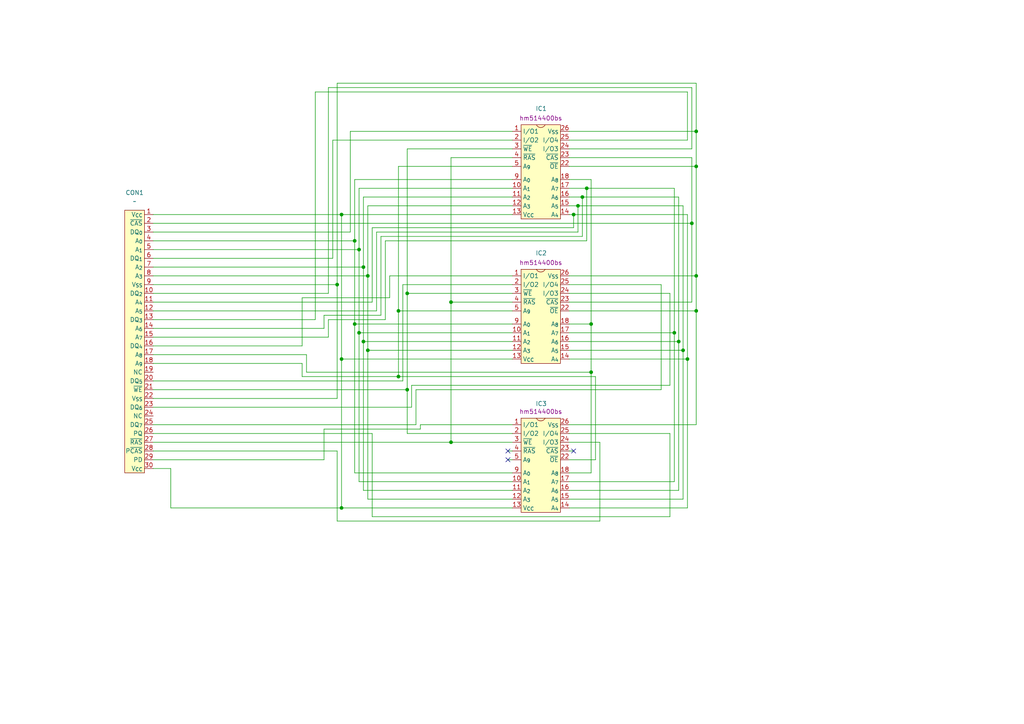
<source format=kicad_sch>
(kicad_sch (version 20250114) (generator "eeschema") (generator_version "9.0")
  (paper "A4")
  (title_block (title "hb56g19 RAM SIMM") (company "Mattia's Software"))
  (lib_symbols
    (symbol "ICs_lib:hm514400bs"
      (property "Reference" "IC" (at 1.27 15.748 0))
      (property "Description" "hm514400bs" (at 6.604 11.938 0))
      (symbol "hm514400bs_1_1"
        (arc (start -27.305 14.605) (mid -26.5201 13.335) (end -27.305 12.065))
        (rectangle (start -27.305 19.05) (end 0 7.62) (fill (type background)))
        (pin input line (at -25.4 21.59 270) (length 2.54) (name "V_{SS}") (number "26"))
        (pin input line (at -25.4 5.08 90) (length 2.54) (name "I/O1") (number "1"))
        (pin input line (at -22.86 21.59 270) (length 2.54) (name "I/O4") (number "25"))
        (pin input line (at -22.86 5.08 90) (length 2.54) (name "I/O2") (number "2"))
        (pin input line (at -20.32 21.59 270) (length 2.54) (name "I/O3") (number "24"))
        (pin input line (at -20.32 5.08 90) (length 2.54) (name "~{WE}") (number "3"))
        (pin input line (at -17.78 21.59 270) (length 2.54) (name "~{CAS}") (number "23"))
        (pin input line (at -17.78 5.08 90) (length 2.54) (name "~{RAS}") (number "4"))
        (pin input line (at -15.24 21.59 270) (length 2.54) (name "~{OE}") (number "22"))
        (pin input line (at -15.24 5.08 90) (length 2.54) (name "A_{9}") (number "5"))
        (pin input line (at -11.43 21.59 270) (length 2.54) (name "A_{8}") (number "18"))
        (pin input line (at -11.43 5.08 90) (length 2.54) (name "A_{0}") (number "9"))
        (pin input line (at -8.89 21.59 270) (length 2.54) (name "A_{7}") (number "17"))
        (pin input line (at -8.89 5.08 90) (length 2.54) (name "A_{1}") (number "10"))
        (pin input line (at -6.35 21.59 270) (length 2.54) (name "A_{6}") (number "16"))
        (pin input line (at -6.35 5.08 90) (length 2.54) (name "A_{2}") (number "11"))
        (pin input line (at -3.81 21.59 270) (length 2.54) (name "A_{5}") (number "15"))
        (pin input line (at -3.81 5.08 90) (length 2.54) (name "A_{3}") (number "12"))
        (pin input line (at -1.27 21.59 270) (length 2.54) (name "A_{4}") (number "14"))
        (pin input line (at -1.27 5.08 90) (length 2.54) (name "V_{CC}") (number "13"))
      )
    )
    (symbol "hb56g19b:30_pin_conn"
      (property "Reference" "CON" (at -15.748 78.486 0))
      (symbol "30_pin_conn_1_1"
        (rectangle (start -18.415 76.2) (end -12.7 0) (fill (type background)))
        (pin input line (at -10.16 74.93 180) (length 2.54) (name "V_{CC}") (number "1"))
        (pin input line (at -10.16 72.39 180) (length 2.54) (name "~{CAS}") (number "2"))
        (pin input line (at -10.16 69.85 180) (length 2.54) (name "DQ_{0}") (number "3"))
        (pin input line (at -10.16 67.31 180) (length 2.54) (name "A_{0}") (number "4"))
        (pin input line (at -10.16 64.77 180) (length 2.54) (name "A_{1}") (number "5"))
        (pin input line (at -10.16 62.23 180) (length 2.54) (name "DQ_{1}") (number "6"))
        (pin input line (at -10.16 59.69 180) (length 2.54) (name "A_{2}") (number "7"))
        (pin input line (at -10.16 57.15 180) (length 2.54) (name "A_{3}") (number "8"))
        (pin input line (at -10.16 54.61 180) (length 2.54) (name "V_{SS}") (number "9"))
        (pin input line (at -10.16 52.07 180) (length 2.54) (name "DQ_{2}") (number "10"))
        (pin input line (at -10.16 49.53 180) (length 2.54) (name "A_{4}") (number "11"))
        (pin input line (at -10.16 46.99 180) (length 2.54) (name "A_{5}") (number "12"))
        (pin input line (at -10.16 44.45 180) (length 2.54) (name "DQ_{3}") (number "13"))
        (pin input line (at -10.16 41.91 180) (length 2.54) (name "A_{6}") (number "14"))
        (pin input line (at -10.16 39.37 180) (length 2.54) (name "A_{7}") (number "15"))
        (pin input line (at -10.16 36.83 180) (length 2.54) (name "DQ_{4}") (number "16"))
        (pin input line (at -10.16 34.29 180) (length 2.54) (name "A_{8}") (number "17"))
        (pin input line (at -10.16 31.75 180) (length 2.54) (name "A_{9}") (number "18"))
        (pin input line (at -10.16 29.21 180) (length 2.54) (name "NC") (number "19"))
        (pin input line (at -10.16 26.67 180) (length 2.54) (name "DQ_{5}") (number "20"))
        (pin input line (at -10.16 24.13 180) (length 2.54) (name "~{WE}") (number "21"))
        (pin input line (at -10.16 21.59 180) (length 2.54) (name "V_{SS}") (number "22"))
        (pin input line (at -10.16 19.05 180) (length 2.54) (name "DQ_{6}") (number "23"))
        (pin input line (at -10.16 16.51 180) (length 2.54) (name "NC") (number "24"))
        (pin input line (at -10.16 13.97 180) (length 2.54) (name "DQ_{7}") (number "25"))
        (pin input line (at -10.16 11.43 180) (length 2.54) (name "PQ") (number "26"))
        (pin input line (at -10.16 8.89 180) (length 2.54) (name "~{RAS}") (number "27"))
        (pin input line (at -10.16 6.35 180) (length 2.54) (name "P~{CAS}") (number "28"))
        (pin input line (at -10.16 3.81 180) (length 2.54) (name "PD") (number "29"))
        (pin input line (at -10.16 1.27 180) (length 2.54) (name "V_{CC}") (number "30"))
      )
    )
  )
  (junction (at 99.06 104.14))
  (junction (at 115.57 90.17))
  (junction (at 167.64 59.69))
  (junction (at 130.81 128.27))
  (junction (at 195.58 96.52))
  (junction (at 171.45 107.95))
  (junction (at 201.93 38.1))
  (junction (at 199.39 104.14))
  (junction (at 99.06 147.32))
  (junction (at 105.41 99.06))
  (junction (at 99.06 62.23))
  (junction (at 104.14 72.39))
  (junction (at 106.68 101.6))
  (junction (at 97.79 82.55))
  (junction (at 102.87 93.98))
  (junction (at 166.37 62.23))
  (junction (at 106.68 80.01))
  (junction (at 168.91 57.15))
  (junction (at 201.93 90.17))
  (junction (at 102.87 69.85))
  (junction (at 200.66 64.77))
  (junction (at 115.57 109.22))
  (junction (at 198.12 101.6))
  (junction (at 104.14 96.52))
  (junction (at 130.81 87.63))
  (junction (at 196.85 99.06))
  (junction (at 118.11 85.09))
  (junction (at 201.93 80.01))
  (junction (at 170.18 54.61))
  (junction (at 105.41 77.47))
  (junction (at 171.45 93.98))
  (junction (at 201.93 48.26))
  (junction (at 118.11 113.03))
  (no_connect (at 166.37 130.81))
  (no_connect (at 147.32 130.81))
  (no_connect (at 147.32 133.35))
  (wire (pts (xy 102.87 69.85) (xy 102.87 93.98)))
  (wire (pts (xy 44.45 64.77) (xy 200.66 64.77)))
  (wire (pts (xy 44.45 97.79) (xy 95.25 97.79)))
  (wire (pts (xy 44.45 77.47) (xy 105.41 77.47)))
  (wire (pts (xy 44.45 85.09) (xy 95.25 85.09)))
  (wire (pts (xy 115.57 90.17) (xy 148.59 90.17)))
  (wire (pts (xy 119.38 111.76) (xy 194.31 111.76)))
  (wire (pts (xy 107.95 66.04) (xy 166.37 66.04)))
  (wire (pts (xy 171.45 52.07) (xy 171.45 93.98)))
  (wire (pts (xy 97.79 130.81) (xy 97.79 151.13)))
  (wire (pts (xy 44.45 128.27) (xy 130.81 128.27)))
  (wire (pts (xy 166.37 62.23) (xy 166.37 66.04)))
  (wire (pts (xy 44.45 115.57) (xy 97.79 115.57)))
  (wire (pts (xy 119.38 118.11) (xy 119.38 111.76)))
  (wire (pts (xy 195.58 96.52) (xy 165.1 96.52)))
  (wire (pts (xy 200.66 64.77) (xy 200.66 87.63)))
  (wire (pts (xy 200.66 64.77) (xy 200.66 45.72)))
  (wire (pts (xy 44.45 62.23) (xy 99.06 62.23)))
  (wire (pts (xy 198.12 59.69) (xy 198.12 101.6)))
  (wire (pts (xy 91.44 92.71) (xy 91.44 26.67)))
  (wire (pts (xy 199.39 104.14) (xy 165.1 104.14)))
  (wire (pts (xy 107.95 149.86) (xy 194.31 149.86)))
  (wire (pts (xy 44.45 80.01) (xy 106.68 80.01)))
  (wire (pts (xy 105.41 99.06) (xy 148.59 99.06)))
  (wire (pts (xy 97.79 151.13) (xy 173.99 151.13)))
  (wire (pts (xy 167.64 59.69) (xy 167.64 67.31)))
  (wire (pts (xy 168.91 57.15) (xy 165.1 57.15)))
  (wire (pts (xy 113.03 86.36) (xy 113.03 80.01)))
  (wire (pts (xy 165.1 48.26) (xy 201.93 48.26)))
  (wire (pts (xy 198.12 101.6) (xy 198.12 144.78)))
  (wire (pts (xy 195.58 96.52) (xy 195.58 139.7)))
  (wire (pts (xy 44.45 95.25) (xy 93.98 95.25)))
  (wire (pts (xy 91.44 26.67) (xy 199.39 26.67)))
  (wire (pts (xy 171.45 107.95) (xy 171.45 93.98)))
  (wire (pts (xy 102.87 93.98) (xy 102.87 137.16)))
  (wire (pts (xy 93.98 133.35) (xy 93.98 124.46)))
  (wire (pts (xy 44.45 87.63) (xy 107.95 87.63)))
  (wire (pts (xy 115.57 109.22) (xy 172.72 109.22)))
  (wire (pts (xy 201.93 38.1) (xy 165.1 38.1)))
  (wire (pts (xy 147.32 130.81) (xy 148.59 130.81)))
  (wire (pts (xy 120.65 123.19) (xy 120.65 113.03)))
  (wire (pts (xy 198.12 144.78) (xy 165.1 144.78)))
  (wire (pts (xy 147.32 133.35) (xy 148.59 133.35)))
  (wire (pts (xy 44.45 113.03) (xy 118.11 113.03)))
  (wire (pts (xy 201.93 80.01) (xy 201.93 90.17)))
  (wire (pts (xy 44.45 69.85) (xy 102.87 69.85)))
  (wire (pts (xy 118.11 85.09) (xy 148.59 85.09)))
  (wire (pts (xy 172.72 109.22) (xy 172.72 133.35)))
  (wire (pts (xy 99.06 147.32) (xy 99.06 104.14)))
  (wire (pts (xy 87.63 109.22) (xy 115.57 109.22)))
  (wire (pts (xy 118.11 43.18) (xy 148.59 43.18)))
  (wire (pts (xy 201.93 80.01) (xy 165.1 80.01)))
  (wire (pts (xy 130.81 45.72) (xy 148.59 45.72)))
  (wire (pts (xy 96.52 74.93) (xy 96.52 40.64)))
  (wire (pts (xy 199.39 62.23) (xy 166.37 62.23)))
  (wire (pts (xy 116.84 110.49) (xy 116.84 82.55)))
  (wire (pts (xy 191.77 82.55) (xy 165.1 82.55)))
  (wire (pts (xy 116.84 82.55) (xy 148.59 82.55)))
  (wire (pts (xy 105.41 142.24) (xy 148.59 142.24)))
  (wire (pts (xy 130.81 128.27) (xy 148.59 128.27)))
  (wire (pts (xy 148.59 147.32) (xy 99.06 147.32)))
  (wire (pts (xy 110.49 91.44) (xy 110.49 68.58)))
  (wire (pts (xy 44.45 72.39) (xy 104.14 72.39)))
  (wire (pts (xy 115.57 48.26) (xy 115.57 90.17)))
  (wire (pts (xy 166.37 62.23) (xy 165.1 62.23)))
  (wire (pts (xy 44.45 133.35) (xy 93.98 133.35)))
  (wire (pts (xy 44.45 135.89) (xy 49.53 135.89)))
  (wire (pts (xy 44.45 74.93) (xy 96.52 74.93)))
  (wire (pts (xy 44.45 82.55) (xy 97.79 82.55)))
  (wire (pts (xy 102.87 93.98) (xy 148.59 93.98)))
  (wire (pts (xy 104.14 139.7) (xy 148.59 139.7)))
  (wire (pts (xy 167.64 59.69) (xy 198.12 59.69)))
  (wire (pts (xy 173.99 151.13) (xy 173.99 128.27)))
  (wire (pts (xy 44.45 105.41) (xy 87.63 105.41)))
  (wire (pts (xy 165.1 59.69) (xy 167.64 59.69)))
  (wire (pts (xy 194.31 125.73) (xy 165.1 125.73)))
  (wire (pts (xy 196.85 99.06) (xy 196.85 142.24)))
  (wire (pts (xy 44.45 118.11) (xy 119.38 118.11)))
  (wire (pts (xy 196.85 99.06) (xy 165.1 99.06)))
  (wire (pts (xy 120.65 113.03) (xy 191.77 113.03)))
  (wire (pts (xy 201.93 90.17) (xy 201.93 123.19)))
  (wire (pts (xy 113.03 80.01) (xy 148.59 80.01)))
  (wire (pts (xy 196.85 142.24) (xy 165.1 142.24)))
  (wire (pts (xy 191.77 113.03) (xy 191.77 82.55)))
  (wire (pts (xy 110.49 68.58) (xy 168.91 68.58)))
  (wire (pts (xy 195.58 139.7) (xy 165.1 139.7)))
  (wire (pts (xy 170.18 69.85) (xy 170.18 54.61)))
  (wire (pts (xy 88.9 107.95) (xy 171.45 107.95)))
  (wire (pts (xy 102.87 137.16) (xy 148.59 137.16)))
  (wire (pts (xy 44.45 67.31) (xy 101.6 67.31)))
  (wire (pts (xy 88.9 102.87) (xy 88.9 107.95)))
  (wire (pts (xy 105.41 99.06) (xy 105.41 142.24)))
  (wire (pts (xy 99.06 62.23) (xy 148.59 62.23)))
  (wire (pts (xy 199.39 104.14) (xy 199.39 147.32)))
  (wire (pts (xy 109.22 90.17) (xy 44.45 90.17)))
  (wire (pts (xy 199.39 62.23) (xy 199.39 104.14)))
  (wire (pts (xy 165.1 52.07) (xy 171.45 52.07)))
  (wire (pts (xy 121.92 124.46) (xy 121.92 123.19)))
  (wire (pts (xy 148.59 87.63) (xy 130.81 87.63)))
  (wire (pts (xy 105.41 57.15) (xy 148.59 57.15)))
  (wire (pts (xy 44.45 130.81) (xy 97.79 130.81)))
  (wire (pts (xy 109.22 67.31) (xy 109.22 90.17)))
  (wire (pts (xy 121.92 123.19) (xy 148.59 123.19)))
  (wire (pts (xy 44.45 92.71) (xy 91.44 92.71)))
  (wire (pts (xy 166.37 130.81) (xy 165.1 130.81)))
  (wire (pts (xy 171.45 137.16) (xy 165.1 137.16)))
  (wire (pts (xy 118.11 113.03) (xy 118.11 85.09)))
  (wire (pts (xy 194.31 85.09) (xy 165.1 85.09)))
  (wire (pts (xy 44.45 125.73) (xy 107.95 125.73)))
  (wire (pts (xy 95.25 97.79) (xy 95.25 92.71)))
  (wire (pts (xy 118.11 85.09) (xy 118.11 43.18)))
  (wire (pts (xy 194.31 111.76) (xy 194.31 85.09)))
  (wire (pts (xy 115.57 109.22) (xy 115.57 90.17)))
  (wire (pts (xy 200.66 45.72) (xy 165.1 45.72)))
  (wire (pts (xy 97.79 115.57) (xy 97.79 82.55)))
  (wire (pts (xy 167.64 67.31) (xy 109.22 67.31)))
  (wire (pts (xy 170.18 54.61) (xy 195.58 54.61)))
  (wire (pts (xy 194.31 149.86) (xy 194.31 125.73)))
  (wire (pts (xy 201.93 38.1) (xy 201.93 48.26)))
  (wire (pts (xy 44.45 110.49) (xy 116.84 110.49)))
  (wire (pts (xy 97.79 24.13) (xy 201.93 24.13)))
  (wire (pts (xy 95.25 25.4) (xy 200.66 25.4)))
  (wire (pts (xy 49.53 147.32) (xy 99.06 147.32)))
  (wire (pts (xy 106.68 80.01) (xy 106.68 59.69)))
  (wire (pts (xy 104.14 54.61) (xy 148.59 54.61)))
  (wire (pts (xy 111.76 69.85) (xy 170.18 69.85)))
  (wire (pts (xy 200.66 25.4) (xy 200.66 43.18)))
  (wire (pts (xy 102.87 69.85) (xy 102.87 52.07)))
  (wire (pts (xy 107.95 87.63) (xy 107.95 66.04)))
  (wire (pts (xy 106.68 80.01) (xy 106.68 101.6)))
  (wire (pts (xy 44.45 102.87) (xy 88.9 102.87)))
  (wire (pts (xy 201.93 123.19) (xy 165.1 123.19)))
  (wire (pts (xy 170.18 54.61) (xy 165.1 54.61)))
  (wire (pts (xy 196.85 57.15) (xy 196.85 99.06)))
  (wire (pts (xy 104.14 96.52) (xy 148.59 96.52)))
  (wire (pts (xy 93.98 91.44) (xy 110.49 91.44)))
  (wire (pts (xy 93.98 124.46) (xy 121.92 124.46)))
  (wire (pts (xy 199.39 40.64) (xy 165.1 40.64)))
  (wire (pts (xy 87.63 100.33) (xy 87.63 86.36)))
  (wire (pts (xy 87.63 86.36) (xy 113.03 86.36)))
  (wire (pts (xy 118.11 113.03) (xy 118.11 125.73)))
  (wire (pts (xy 87.63 105.41) (xy 87.63 109.22)))
  (wire (pts (xy 102.87 52.07) (xy 148.59 52.07)))
  (wire (pts (xy 106.68 59.69) (xy 148.59 59.69)))
  (wire (pts (xy 199.39 26.67) (xy 199.39 40.64)))
  (wire (pts (xy 106.68 101.6) (xy 148.59 101.6)))
  (wire (pts (xy 101.6 67.31) (xy 101.6 38.1)))
  (wire (pts (xy 95.25 85.09) (xy 95.25 25.4)))
  (wire (pts (xy 97.79 82.55) (xy 97.79 24.13)))
  (wire (pts (xy 93.98 95.25) (xy 93.98 91.44)))
  (wire (pts (xy 195.58 54.61) (xy 195.58 96.52)))
  (wire (pts (xy 104.14 96.52) (xy 104.14 139.7)))
  (wire (pts (xy 44.45 100.33) (xy 87.63 100.33)))
  (wire (pts (xy 168.91 68.58) (xy 168.91 57.15)))
  (wire (pts (xy 200.66 87.63) (xy 165.1 87.63)))
  (wire (pts (xy 111.76 92.71) (xy 111.76 69.85)))
  (wire (pts (xy 148.59 104.14) (xy 99.06 104.14)))
  (wire (pts (xy 99.06 104.14) (xy 99.06 62.23)))
  (wire (pts (xy 118.11 125.73) (xy 148.59 125.73)))
  (wire (pts (xy 106.68 144.78) (xy 148.59 144.78)))
  (wire (pts (xy 201.93 48.26) (xy 201.93 80.01)))
  (wire (pts (xy 165.1 90.17) (xy 201.93 90.17)))
  (wire (pts (xy 105.41 77.47) (xy 105.41 99.06)))
  (wire (pts (xy 49.53 135.89) (xy 49.53 147.32)))
  (wire (pts (xy 105.41 77.47) (xy 105.41 57.15)))
  (wire (pts (xy 95.25 92.71) (xy 111.76 92.71)))
  (wire (pts (xy 106.68 101.6) (xy 106.68 144.78)))
  (wire (pts (xy 198.12 101.6) (xy 165.1 101.6)))
  (wire (pts (xy 148.59 48.26) (xy 115.57 48.26)))
  (wire (pts (xy 171.45 107.95) (xy 171.45 137.16)))
  (wire (pts (xy 172.72 133.35) (xy 165.1 133.35)))
  (wire (pts (xy 104.14 72.39) (xy 104.14 54.61)))
  (wire (pts (xy 168.91 57.15) (xy 196.85 57.15)))
  (wire (pts (xy 107.95 125.73) (xy 107.95 149.86)))
  (wire (pts (xy 173.99 128.27) (xy 165.1 128.27)))
  (wire (pts (xy 130.81 87.63) (xy 130.81 128.27)))
  (wire (pts (xy 165.1 93.98) (xy 171.45 93.98)))
  (wire (pts (xy 200.66 43.18) (xy 165.1 43.18)))
  (wire (pts (xy 96.52 40.64) (xy 148.59 40.64)))
  (wire (pts (xy 44.45 123.19) (xy 120.65 123.19)))
  (wire (pts (xy 104.14 72.39) (xy 104.14 96.52)))
  (wire (pts (xy 101.6 38.1) (xy 148.59 38.1)))
  (wire (pts (xy 130.81 87.63) (xy 130.81 45.72)))
  (wire (pts (xy 199.39 147.32) (xy 165.1 147.32)))
  (wire (pts (xy 201.93 24.13) (xy 201.93 38.1)))
  (symbol (lib_id "hb56g19b:30_pin_conn") (at 54.61 137.16 0) (unit 1)
    (property "Reference" "CON1" (at 39.0525 55.88 0))
    (property "Value" "~" (at 39.0525 58.42 0))
  )
  (symbol (lib_id "ICs_lib:hm514400bs") (at 143.51 63.5 270) (unit 1)
    (property "Reference" "IC1" (at 156.972 31.496 90))
    (property "Description" "hm514400bs" (at 156.845 34.29 90))
  )
  (symbol (lib_id "ICs_lib:hm514400bs") (at 143.51 148.59 270) (unit 1)
    (property "Reference" "IC3" (at 156.972 117.094 90))
    (property "Description" "hm514400bs" (at 156.845 119.38 90))
  )
  (symbol (lib_id "ICs_lib:hm514400bs") (at 143.51 105.41 270) (unit 1)
    (property "Reference" "IC2" (at 156.972 73.406 90))
    (property "Description" "hm514400bs" (at 156.845 76.2 90))
  )
)
</source>
